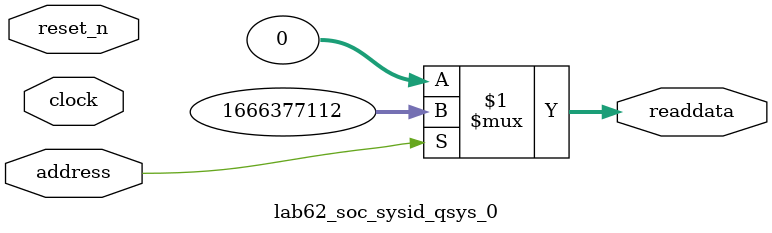
<source format=v>



// synthesis translate_off
`timescale 1ns / 1ps
// synthesis translate_on

// turn off superfluous verilog processor warnings 
// altera message_level Level1 
// altera message_off 10034 10035 10036 10037 10230 10240 10030 

module lab62_soc_sysid_qsys_0 (
               // inputs:
                address,
                clock,
                reset_n,

               // outputs:
                readdata
             )
;

  output  [ 31: 0] readdata;
  input            address;
  input            clock;
  input            reset_n;

  wire    [ 31: 0] readdata;
  //control_slave, which is an e_avalon_slave
  assign readdata = address ? 1666377112 : 0;

endmodule



</source>
